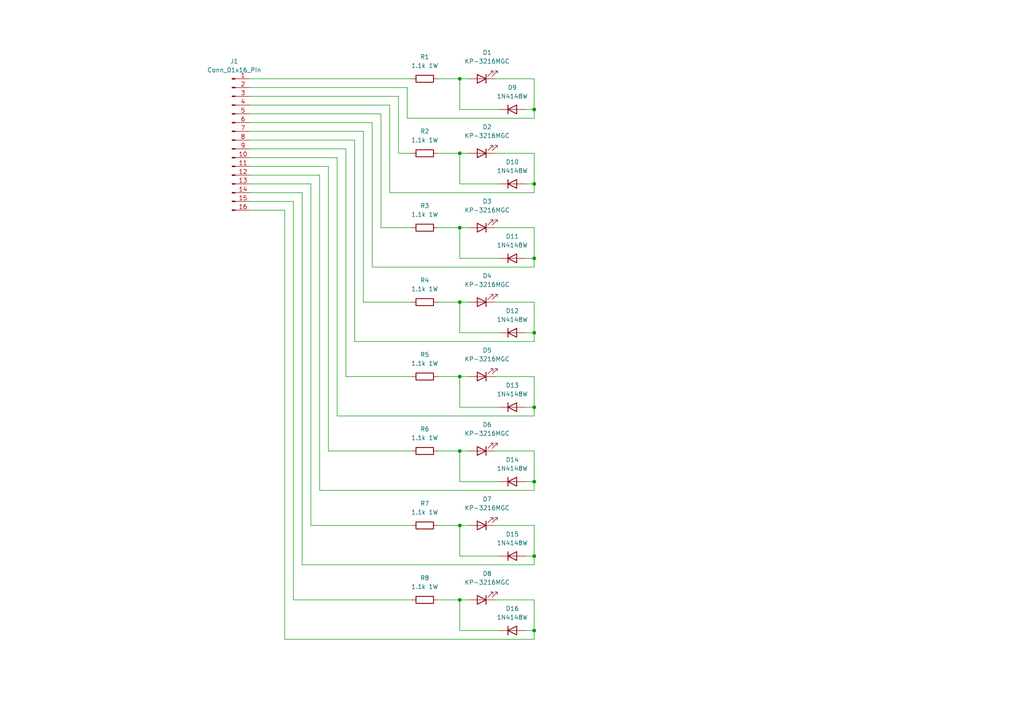
<source format=kicad_sch>
(kicad_sch (version 20231120) (generator "eeschema") (generator_version "8.0")
  (paper "A4")
  (lib_symbols
    (symbol "Connector:Conn_01x16_Pin" (pin_names (offset 1.016) hide)
      (property "Reference" "J" (at 0 20.32 0))
      (property "Value" "Conn_01x16_Pin" (at 0 -22.86 0))
      (symbol "Conn_01x16_Pin_1_1"
        (polyline (pts (xy 1.27 -20.32) (xy 0.8636 -20.32)) (stroke (width 0.1524)))
        (polyline (pts (xy 1.27 -17.78) (xy 0.8636 -17.78)) (stroke (width 0.1524)))
        (polyline (pts (xy 1.27 -15.24) (xy 0.8636 -15.24)) (stroke (width 0.1524)))
        (polyline (pts (xy 1.27 -12.7) (xy 0.8636 -12.7)) (stroke (width 0.1524)))
        (polyline (pts (xy 1.27 -10.16) (xy 0.8636 -10.16)) (stroke (width 0.1524)))
        (polyline (pts (xy 1.27 -7.62) (xy 0.8636 -7.62)) (stroke (width 0.1524)))
        (polyline (pts (xy 1.27 -5.08) (xy 0.8636 -5.08)) (stroke (width 0.1524)))
        (polyline (pts (xy 1.27 -2.54) (xy 0.8636 -2.54)) (stroke (width 0.1524)))
        (polyline (pts (xy 1.27 0) (xy 0.8636 0)) (stroke (width 0.1524)))
        (polyline (pts (xy 1.27 2.54) (xy 0.8636 2.54)) (stroke (width 0.1524)))
        (polyline (pts (xy 1.27 5.08) (xy 0.8636 5.08)) (stroke (width 0.1524)))
        (polyline (pts (xy 1.27 7.62) (xy 0.8636 7.62)) (stroke (width 0.1524)))
        (polyline (pts (xy 1.27 10.16) (xy 0.8636 10.16)) (stroke (width 0.1524)))
        (polyline (pts (xy 1.27 12.7) (xy 0.8636 12.7)) (stroke (width 0.1524)))
        (polyline (pts (xy 1.27 15.24) (xy 0.8636 15.24)) (stroke (width 0.1524)))
        (polyline (pts (xy 1.27 17.78) (xy 0.8636 17.78)) (stroke (width 0.1524)))
        (rectangle (start 0.8636 -20.193) (end 0 -20.447) (stroke (width 0.1524)) (fill (type outline)))
        (rectangle (start 0.8636 -17.653) (end 0 -17.907) (stroke (width 0.1524)) (fill (type outline)))
        (rectangle (start 0.8636 -15.113) (end 0 -15.367) (stroke (width 0.1524)) (fill (type outline)))
        (rectangle (start 0.8636 -12.573) (end 0 -12.827) (stroke (width 0.1524)) (fill (type outline)))
        (rectangle (start 0.8636 -10.033) (end 0 -10.287) (stroke (width 0.1524)) (fill (type outline)))
        (rectangle (start 0.8636 -7.493) (end 0 -7.747) (stroke (width 0.1524)) (fill (type outline)))
        (rectangle (start 0.8636 -4.953) (end 0 -5.207) (stroke (width 0.1524)) (fill (type outline)))
        (rectangle (start 0.8636 -2.413) (end 0 -2.667) (stroke (width 0.1524)) (fill (type outline)))
        (rectangle (start 0.8636 0.127) (end 0 -0.127) (stroke (width 0.1524)) (fill (type outline)))
        (rectangle (start 0.8636 2.667) (end 0 2.413) (stroke (width 0.1524)) (fill (type outline)))
        (rectangle (start 0.8636 5.207) (end 0 4.953) (stroke (width 0.1524)) (fill (type outline)))
        (rectangle (start 0.8636 7.747) (end 0 7.493) (stroke (width 0.1524)) (fill (type outline)))
        (rectangle (start 0.8636 10.287) (end 0 10.033) (stroke (width 0.1524)) (fill (type outline)))
        (rectangle (start 0.8636 12.827) (end 0 12.573) (stroke (width 0.1524)) (fill (type outline)))
        (rectangle (start 0.8636 15.367) (end 0 15.113) (stroke (width 0.1524)) (fill (type outline)))
        (rectangle (start 0.8636 17.907) (end 0 17.653) (stroke (width 0.1524)) (fill (type outline)))
        (pin passive line (at 5.08 17.78 180) (length 3.81) (name "Pin_1") (number "1"))
        (pin passive line (at 5.08 -5.08 180) (length 3.81) (name "Pin_10") (number "10"))
        (pin passive line (at 5.08 -7.62 180) (length 3.81) (name "Pin_11") (number "11"))
        (pin passive line (at 5.08 -10.16 180) (length 3.81) (name "Pin_12") (number "12"))
        (pin passive line (at 5.08 -12.7 180) (length 3.81) (name "Pin_13") (number "13"))
        (pin passive line (at 5.08 -15.24 180) (length 3.81) (name "Pin_14") (number "14"))
        (pin passive line (at 5.08 -17.78 180) (length 3.81) (name "Pin_15") (number "15"))
        (pin passive line (at 5.08 -20.32 180) (length 3.81) (name "Pin_16") (number "16"))
        (pin passive line (at 5.08 15.24 180) (length 3.81) (name "Pin_2") (number "2"))
        (pin passive line (at 5.08 12.7 180) (length 3.81) (name "Pin_3") (number "3"))
        (pin passive line (at 5.08 10.16 180) (length 3.81) (name "Pin_4") (number "4"))
        (pin passive line (at 5.08 7.62 180) (length 3.81) (name "Pin_5") (number "5"))
        (pin passive line (at 5.08 5.08 180) (length 3.81) (name "Pin_6") (number "6"))
        (pin passive line (at 5.08 2.54 180) (length 3.81) (name "Pin_7") (number "7"))
        (pin passive line (at 5.08 0 180) (length 3.81) (name "Pin_8") (number "8"))
        (pin passive line (at 5.08 -2.54 180) (length 3.81) (name "Pin_9") (number "9"))
      )
    )
    (symbol "NextPCB:D_1N4148W" (pin_numbers hide) (pin_names (offset 1.016) hide)
      (property "Reference" "D" (at 0 2.54 0))
      (property "Value" "1N4148W" (at 0 -2.54 0))
      (symbol "D_1N4148W_0_1"
        (polyline (pts (xy -1.27 1.27) (xy -1.27 -1.27)) (stroke (width 0.254)))
        (polyline (pts (xy 1.27 0) (xy -1.27 0)))
        (polyline (pts (xy 1.27 1.27) (xy 1.27 -1.27) (xy -1.27 0) (xy 1.27 1.27)) (stroke (width 0.254)))
      )
      (symbol "D_1N4148W_1_1"
        (pin passive line (at -3.81 0 0) (length 2.54) (name "K") (number "1"))
        (pin passive line (at 3.81 0 180) (length 2.54) (name "A") (number "2"))
      )
    )
    (symbol "NextPCB:LED_KP-3216MGC" (pin_numbers hide) (pin_names (offset 1.016) hide)
      (property "Reference" "D" (at 0 2.54 0))
      (property "Value" "KP-3216MGC" (at 0 -2.54 0))
      (symbol "LED_KP-3216MGC_0_1"
        (polyline (pts (xy -1.27 -1.27) (xy -1.27 1.27)) (stroke (width 0.254)))
        (polyline (pts (xy -1.27 0) (xy 1.27 0)))
        (polyline (pts (xy 1.27 -1.27) (xy 1.27 1.27) (xy -1.27 0) (xy 1.27 -1.27)) (stroke (width 0.254)))
        (polyline (pts (xy -3.048 -0.762) (xy -4.572 -2.286) (xy -3.81 -2.286) (xy -4.572 -2.286) (xy -4.572 -1.524)))
        (polyline (pts (xy -1.778 -0.762) (xy -3.302 -2.286) (xy -2.54 -2.286) (xy -3.302 -2.286) (xy -3.302 -1.524)))
      )
      (symbol "LED_KP-3216MGC_1_1"
        (pin passive line (at -3.81 0 0) (length 2.54) (name "K") (number "1"))
        (pin passive line (at 3.81 0 180) (length 2.54) (name "A") (number "2"))
      )
    )
    (symbol "NextPCB:R_1.1k_1W" (pin_numbers hide) (pin_names (offset 0))
      (property "Reference" "R" (at 2.032 0 90))
      (property "Value" "1.1k 1W" (at 0 0 90))
      (symbol "R_1.1k_1W_0_1"
        (rectangle (start -1.016 -2.54) (end 1.016 2.54) (stroke (width 0.254)))
      )
      (symbol "R_1.1k_1W_1_1"
        (pin passive line (at 0 3.81 270) (length 1.27) (name "~") (number "1"))
        (pin passive line (at 0 -3.81 90) (length 1.27) (name "~") (number "2"))
      )
    )
  )
  (junction (at 154.94 139.7))
  (junction (at 154.94 182.88))
  (junction (at 154.94 74.93))
  (junction (at 154.94 96.52))
  (junction (at 133.35 173.99))
  (junction (at 133.35 44.45))
  (junction (at 133.35 22.86))
  (junction (at 154.94 161.29))
  (junction (at 133.35 87.63))
  (junction (at 133.35 66.04))
  (junction (at 154.94 31.75))
  (junction (at 133.35 152.4))
  (junction (at 154.94 118.11))
  (junction (at 133.35 130.81))
  (junction (at 154.94 53.34))
  (junction (at 133.35 109.22))
  (wire (pts (xy 72.39 27.94) (xy 115.57 27.94)))
  (wire (pts (xy 144.78 74.93) (xy 133.35 74.93)))
  (wire (pts (xy 144.78 96.52) (xy 133.35 96.52)))
  (wire (pts (xy 144.78 139.7) (xy 133.35 139.7)))
  (wire (pts (xy 152.4 118.11) (xy 154.94 118.11)))
  (wire (pts (xy 154.94 142.24) (xy 154.94 139.7)))
  (wire (pts (xy 110.49 66.04) (xy 110.49 33.02)))
  (wire (pts (xy 72.39 22.86) (xy 119.38 22.86)))
  (wire (pts (xy 154.94 74.93) (xy 154.94 66.04)))
  (wire (pts (xy 72.39 50.8) (xy 92.71 50.8)))
  (wire (pts (xy 97.79 120.65) (xy 97.79 45.72)))
  (wire (pts (xy 100.33 43.18) (xy 72.39 43.18)))
  (wire (pts (xy 105.41 38.1) (xy 72.39 38.1)))
  (wire (pts (xy 143.51 66.04) (xy 154.94 66.04)))
  (wire (pts (xy 133.35 87.63) (xy 135.89 87.63)))
  (wire (pts (xy 119.38 87.63) (xy 105.41 87.63)))
  (wire (pts (xy 144.78 161.29) (xy 133.35 161.29)))
  (wire (pts (xy 85.09 58.42) (xy 72.39 58.42)))
  (wire (pts (xy 102.87 40.64) (xy 72.39 40.64)))
  (wire (pts (xy 154.94 185.42) (xy 154.94 182.88)))
  (wire (pts (xy 95.25 130.81) (xy 95.25 48.26)))
  (wire (pts (xy 152.4 53.34) (xy 154.94 53.34)))
  (wire (pts (xy 133.35 96.52) (xy 133.35 87.63)))
  (wire (pts (xy 152.4 31.75) (xy 154.94 31.75)))
  (wire (pts (xy 143.51 109.22) (xy 154.94 109.22)))
  (wire (pts (xy 154.94 31.75) (xy 154.94 22.86)))
  (wire (pts (xy 144.78 182.88) (xy 133.35 182.88)))
  (wire (pts (xy 113.03 55.88) (xy 154.94 55.88)))
  (wire (pts (xy 100.33 109.22) (xy 100.33 43.18)))
  (wire (pts (xy 133.35 109.22) (xy 135.89 109.22)))
  (wire (pts (xy 119.38 109.22) (xy 100.33 109.22)))
  (wire (pts (xy 143.51 130.81) (xy 154.94 130.81)))
  (wire (pts (xy 127 22.86) (xy 133.35 22.86)))
  (wire (pts (xy 87.63 163.83) (xy 154.94 163.83)))
  (wire (pts (xy 143.51 22.86) (xy 154.94 22.86)))
  (wire (pts (xy 154.94 182.88) (xy 154.94 173.99)))
  (wire (pts (xy 152.4 161.29) (xy 154.94 161.29)))
  (wire (pts (xy 82.55 185.42) (xy 154.94 185.42)))
  (wire (pts (xy 144.78 31.75) (xy 133.35 31.75)))
  (wire (pts (xy 110.49 66.04) (xy 119.38 66.04)))
  (wire (pts (xy 90.17 53.34) (xy 72.39 53.34)))
  (wire (pts (xy 143.51 87.63) (xy 154.94 87.63)))
  (wire (pts (xy 143.51 44.45) (xy 154.94 44.45)))
  (wire (pts (xy 105.41 87.63) (xy 105.41 38.1)))
  (wire (pts (xy 143.51 152.4) (xy 154.94 152.4)))
  (wire (pts (xy 154.94 96.52) (xy 154.94 87.63)))
  (wire (pts (xy 133.35 53.34) (xy 133.35 44.45)))
  (wire (pts (xy 119.38 130.81) (xy 95.25 130.81)))
  (wire (pts (xy 133.35 66.04) (xy 135.89 66.04)))
  (wire (pts (xy 154.94 118.11) (xy 154.94 109.22)))
  (wire (pts (xy 119.38 152.4) (xy 90.17 152.4)))
  (wire (pts (xy 143.51 173.99) (xy 154.94 173.99)))
  (wire (pts (xy 90.17 152.4) (xy 90.17 53.34)))
  (wire (pts (xy 95.25 48.26) (xy 72.39 48.26)))
  (wire (pts (xy 118.11 34.29) (xy 154.94 34.29)))
  (wire (pts (xy 152.4 139.7) (xy 154.94 139.7)))
  (wire (pts (xy 118.11 25.4) (xy 72.39 25.4)))
  (wire (pts (xy 127 152.4) (xy 133.35 152.4)))
  (wire (pts (xy 127 109.22) (xy 133.35 109.22)))
  (wire (pts (xy 97.79 45.72) (xy 72.39 45.72)))
  (wire (pts (xy 154.94 77.47) (xy 154.94 74.93)))
  (wire (pts (xy 72.39 55.88) (xy 87.63 55.88)))
  (wire (pts (xy 133.35 22.86) (xy 135.89 22.86)))
  (wire (pts (xy 154.94 161.29) (xy 154.94 152.4)))
  (wire (pts (xy 115.57 44.45) (xy 115.57 27.94)))
  (wire (pts (xy 133.35 161.29) (xy 133.35 152.4)))
  (wire (pts (xy 118.11 25.4) (xy 118.11 34.29)))
  (wire (pts (xy 133.35 139.7) (xy 133.35 130.81)))
  (wire (pts (xy 127 87.63) (xy 133.35 87.63)))
  (wire (pts (xy 92.71 50.8) (xy 92.71 142.24)))
  (wire (pts (xy 133.35 182.88) (xy 133.35 173.99)))
  (wire (pts (xy 133.35 118.11) (xy 133.35 109.22)))
  (wire (pts (xy 110.49 33.02) (xy 72.39 33.02)))
  (wire (pts (xy 154.94 139.7) (xy 154.94 130.81)))
  (wire (pts (xy 119.38 173.99) (xy 85.09 173.99)))
  (wire (pts (xy 113.03 30.48) (xy 113.03 55.88)))
  (wire (pts (xy 107.95 35.56) (xy 107.95 77.47)))
  (wire (pts (xy 127 44.45) (xy 133.35 44.45)))
  (wire (pts (xy 127 66.04) (xy 133.35 66.04)))
  (wire (pts (xy 154.94 120.65) (xy 154.94 118.11)))
  (wire (pts (xy 133.35 173.99) (xy 135.89 173.99)))
  (wire (pts (xy 133.35 31.75) (xy 133.35 22.86)))
  (wire (pts (xy 82.55 60.96) (xy 82.55 185.42)))
  (wire (pts (xy 133.35 44.45) (xy 135.89 44.45)))
  (wire (pts (xy 133.35 130.81) (xy 135.89 130.81)))
  (wire (pts (xy 72.39 60.96) (xy 82.55 60.96)))
  (wire (pts (xy 154.94 163.83) (xy 154.94 161.29)))
  (wire (pts (xy 154.94 53.34) (xy 154.94 44.45)))
  (wire (pts (xy 127 130.81) (xy 133.35 130.81)))
  (wire (pts (xy 152.4 182.88) (xy 154.94 182.88)))
  (wire (pts (xy 154.94 120.65) (xy 97.79 120.65)))
  (wire (pts (xy 133.35 152.4) (xy 135.89 152.4)))
  (wire (pts (xy 72.39 35.56) (xy 107.95 35.56)))
  (wire (pts (xy 92.71 142.24) (xy 154.94 142.24)))
  (wire (pts (xy 102.87 99.06) (xy 102.87 40.64)))
  (wire (pts (xy 154.94 99.06) (xy 154.94 96.52)))
  (wire (pts (xy 154.94 99.06) (xy 102.87 99.06)))
  (wire (pts (xy 87.63 55.88) (xy 87.63 163.83)))
  (wire (pts (xy 107.95 77.47) (xy 154.94 77.47)))
  (wire (pts (xy 144.78 118.11) (xy 133.35 118.11)))
  (wire (pts (xy 85.09 173.99) (xy 85.09 58.42)))
  (wire (pts (xy 154.94 34.29) (xy 154.94 31.75)))
  (wire (pts (xy 154.94 55.88) (xy 154.94 53.34)))
  (wire (pts (xy 152.4 74.93) (xy 154.94 74.93)))
  (wire (pts (xy 72.39 30.48) (xy 113.03 30.48)))
  (wire (pts (xy 144.78 53.34) (xy 133.35 53.34)))
  (wire (pts (xy 152.4 96.52) (xy 154.94 96.52)))
  (wire (pts (xy 127 173.99) (xy 133.35 173.99)))
  (wire (pts (xy 133.35 74.93) (xy 133.35 66.04)))
  (wire (pts (xy 119.38 44.45) (xy 115.57 44.45)))
  (symbol (lib_id "NextPCB:D_1N4148W") (at 148.59 139.7 0) (unit 1)
    (property "Reference" "D14" (at 148.59 133.35 0))
    (property "Value" "1N4148W" (at 148.59 135.89 0))
    (property "Footprint" "Diode_SMD:D_SOD-123" (effects (hide yes)))
    (property "Description" "Diode" (effects (hide yes)))
    (property "Sim.Device" "D" (effects (hide yes)))
    (property "Sim.Pins" "1=K 2=A" (effects (hide yes)))
    (property "MfrPart" "1N4148W" (effects (hide yes)))
    (property "Manufacturer" "Jingdao" (effects (hide yes)))
    (property "HQPart" "DS0143597" (effects (hide yes)))
  )
  (symbol (lib_id "NextPCB:D_1N4148W") (at 148.59 182.88 0) (unit 1)
    (property "Reference" "D16" (at 148.59 176.53 0))
    (property "Value" "1N4148W" (at 148.59 179.07 0))
    (property "Footprint" "Diode_SMD:D_SOD-123" (effects (hide yes)))
    (property "Description" "Diode" (effects (hide yes)))
    (property "Sim.Device" "D" (effects (hide yes)))
    (property "Sim.Pins" "1=K 2=A" (effects (hide yes)))
    (property "MfrPart" "1N4148W" (effects (hide yes)))
    (property "Manufacturer" "Jingdao" (effects (hide yes)))
    (property "HQPart" "DS0143597" (effects (hide yes)))
  )
  (symbol (lib_id "NextPCB:LED_KP-3216MGC") (at 139.7 22.86 180) (unit 1)
    (property "Reference" "D1" (at 141.2875 15.24 0))
    (property "Value" "KP-3216MGC" (at 141.2875 17.78 0))
    (property "Footprint" "LED_SMD:LED_1206_3216Metric" (effects (hide yes)))
    (property "Description" "Light emitting diode" (effects (hide yes)))
    (property "MfrPart" "KP-3216MGC" (effects (hide yes)))
    (property "HQPart" "DS0189013" (effects (hide yes)))
    (property "Manufacturer" "Kingbright" (effects (hide yes)))
  )
  (symbol (lib_id "NextPCB:R_1.1k_1W") (at 123.19 109.22 90) (unit 1)
    (property "Reference" "R5" (at 123.19 102.87 90))
    (property "Value" "1.1k 1W" (at 123.19 105.41 90))
    (property "Footprint" "Resistor_SMD:R_2512_6332Metric_Pad1.40x3.35mm_HandSolder" (effects (hide yes)))
    (property "Description" "Resistor" (effects (hide yes)))
    (property "MfgPart" "FRC2512F1101TS" (effects (hide yes)))
    (property "HQPart" "RE0461845" (effects (hide yes)))
  )
  (symbol (lib_id "NextPCB:R_1.1k_1W") (at 123.19 152.4 90) (unit 1)
    (property "Reference" "R7" (at 123.19 146.05 90))
    (property "Value" "1.1k 1W" (at 123.19 148.59 90))
    (property "Footprint" "Resistor_SMD:R_2512_6332Metric_Pad1.40x3.35mm_HandSolder" (effects (hide yes)))
    (property "Description" "Resistor" (effects (hide yes)))
    (property "MfgPart" "FRC2512F1101TS" (effects (hide yes)))
    (property "HQPart" "RE0461845" (effects (hide yes)))
  )
  (symbol (lib_id "NextPCB:R_1.1k_1W") (at 123.19 66.04 90) (unit 1)
    (property "Reference" "R3" (at 123.19 59.69 90))
    (property "Value" "1.1k 1W" (at 123.19 62.23 90))
    (property "Footprint" "Resistor_SMD:R_2512_6332Metric_Pad1.40x3.35mm_HandSolder" (effects (hide yes)))
    (property "Description" "Resistor" (effects (hide yes)))
    (property "MfgPart" "FRC2512F1101TS" (effects (hide yes)))
    (property "HQPart" "RE0461845" (effects (hide yes)))
  )
  (symbol (lib_id "NextPCB:LED_KP-3216MGC") (at 139.7 66.04 180) (unit 1)
    (property "Reference" "D3" (at 141.2875 58.42 0))
    (property "Value" "KP-3216MGC" (at 141.2875 60.96 0))
    (property "Footprint" "LED_SMD:LED_1206_3216Metric" (effects (hide yes)))
    (property "Description" "Light emitting diode" (effects (hide yes)))
    (property "MfrPart" "KP-3216MGC" (effects (hide yes)))
    (property "HQPart" "DS0189013" (effects (hide yes)))
    (property "Manufacturer" "Kingbright" (effects (hide yes)))
  )
  (symbol (lib_id "NextPCB:R_1.1k_1W") (at 123.19 130.81 90) (unit 1)
    (property "Reference" "R6" (at 123.19 124.46 90))
    (property "Value" "1.1k 1W" (at 123.19 127 90))
    (property "Footprint" "Resistor_SMD:R_2512_6332Metric_Pad1.40x3.35mm_HandSolder" (effects (hide yes)))
    (property "Description" "Resistor" (effects (hide yes)))
    (property "MfgPart" "FRC2512F1101TS" (effects (hide yes)))
    (property "HQPart" "RE0461845" (effects (hide yes)))
  )
  (symbol (lib_id "NextPCB:LED_KP-3216MGC") (at 139.7 173.99 180) (unit 1)
    (property "Reference" "D8" (at 141.2875 166.37 0))
    (property "Value" "KP-3216MGC" (at 141.2875 168.91 0))
    (property "Footprint" "LED_SMD:LED_1206_3216Metric" (effects (hide yes)))
    (property "Description" "Light emitting diode" (effects (hide yes)))
    (property "MfrPart" "KP-3216MGC" (effects (hide yes)))
    (property "HQPart" "DS0189013" (effects (hide yes)))
    (property "Manufacturer" "Kingbright" (effects (hide yes)))
  )
  (symbol (lib_id "NextPCB:R_1.1k_1W") (at 123.19 22.86 90) (unit 1)
    (property "Reference" "R1" (at 123.19 16.51 90))
    (property "Value" "1.1k 1W" (at 123.19 19.05 90))
    (property "Footprint" "Resistor_SMD:R_2512_6332Metric_Pad1.40x3.35mm_HandSolder" (effects (hide yes)))
    (property "Description" "Resistor" (effects (hide yes)))
    (property "MfgPart" "FRC2512F1101TS" (effects (hide yes)))
    (property "HQPart" "RE0461845" (effects (hide yes)))
  )
  (symbol (lib_id "NextPCB:D_1N4148W") (at 148.59 31.75 0) (unit 1)
    (property "Reference" "D9" (at 148.59 25.4 0))
    (property "Value" "1N4148W" (at 148.59 27.94 0))
    (property "Footprint" "Diode_SMD:D_SOD-123" (effects (hide yes)))
    (property "Description" "Diode" (effects (hide yes)))
    (property "Sim.Device" "D" (effects (hide yes)))
    (property "Sim.Pins" "1=K 2=A" (effects (hide yes)))
    (property "MfrPart" "1N4148W" (effects (hide yes)))
    (property "Manufacturer" "Jingdao" (effects (hide yes)))
    (property "HQPart" "DS0143597" (effects (hide yes)))
  )
  (symbol (lib_id "NextPCB:LED_KP-3216MGC") (at 139.7 152.4 180) (unit 1)
    (property "Reference" "D7" (at 141.2875 144.78 0))
    (property "Value" "KP-3216MGC" (at 141.2875 147.32 0))
    (property "Footprint" "LED_SMD:LED_1206_3216Metric" (effects (hide yes)))
    (property "Description" "Light emitting diode" (effects (hide yes)))
    (property "MfrPart" "KP-3216MGC" (effects (hide yes)))
    (property "HQPart" "DS0189013" (effects (hide yes)))
    (property "Manufacturer" "Kingbright" (effects (hide yes)))
  )
  (symbol (lib_id "NextPCB:R_1.1k_1W") (at 123.19 87.63 90) (unit 1)
    (property "Reference" "R4" (at 123.19 81.28 90))
    (property "Value" "1.1k 1W" (at 123.19 83.82 90))
    (property "Footprint" "Resistor_SMD:R_2512_6332Metric_Pad1.40x3.35mm_HandSolder" (effects (hide yes)))
    (property "Description" "Resistor" (effects (hide yes)))
    (property "MfgPart" "FRC2512F1101TS" (effects (hide yes)))
    (property "HQPart" "RE0461845" (effects (hide yes)))
  )
  (symbol (lib_id "NextPCB:D_1N4148W") (at 148.59 53.34 0) (unit 1)
    (property "Reference" "D10" (at 148.59 46.99 0))
    (property "Value" "1N4148W" (at 148.59 49.53 0))
    (property "Footprint" "Diode_SMD:D_SOD-123" (effects (hide yes)))
    (property "Description" "Diode" (effects (hide yes)))
    (property "Sim.Device" "D" (effects (hide yes)))
    (property "Sim.Pins" "1=K 2=A" (effects (hide yes)))
    (property "MfrPart" "1N4148W" (effects (hide yes)))
    (property "Manufacturer" "Jingdao" (effects (hide yes)))
    (property "HQPart" "DS0143597" (effects (hide yes)))
  )
  (symbol (lib_id "NextPCB:D_1N4148W") (at 148.59 161.29 0) (unit 1)
    (property "Reference" "D15" (at 148.59 154.94 0))
    (property "Value" "1N4148W" (at 148.59 157.48 0))
    (property "Footprint" "Diode_SMD:D_SOD-123" (effects (hide yes)))
    (property "Description" "Diode" (effects (hide yes)))
    (property "Sim.Device" "D" (effects (hide yes)))
    (property "Sim.Pins" "1=K 2=A" (effects (hide yes)))
    (property "MfrPart" "1N4148W" (effects (hide yes)))
    (property "Manufacturer" "Jingdao" (effects (hide yes)))
    (property "HQPart" "DS0143597" (effects (hide yes)))
  )
  (symbol (lib_id "NextPCB:D_1N4148W") (at 148.59 96.52 0) (unit 1)
    (property "Reference" "D12" (at 148.59 90.17 0))
    (property "Value" "1N4148W" (at 148.59 92.71 0))
    (property "Footprint" "Diode_SMD:D_SOD-123" (effects (hide yes)))
    (property "Description" "Diode" (effects (hide yes)))
    (property "Sim.Device" "D" (effects (hide yes)))
    (property "Sim.Pins" "1=K 2=A" (effects (hide yes)))
    (property "MfrPart" "1N4148W" (effects (hide yes)))
    (property "Manufacturer" "Jingdao" (effects (hide yes)))
    (property "HQPart" "DS0143597" (effects (hide yes)))
  )
  (symbol (lib_id "NextPCB:D_1N4148W") (at 148.59 74.93 0) (unit 1)
    (property "Reference" "D11" (at 148.59 68.58 0))
    (property "Value" "1N4148W" (at 148.59 71.12 0))
    (property "Footprint" "Diode_SMD:D_SOD-123" (effects (hide yes)))
    (property "Description" "Diode" (effects (hide yes)))
    (property "Sim.Device" "D" (effects (hide yes)))
    (property "Sim.Pins" "1=K 2=A" (effects (hide yes)))
    (property "MfrPart" "1N4148W" (effects (hide yes)))
    (property "Manufacturer" "Jingdao" (effects (hide yes)))
    (property "HQPart" "DS0143597" (effects (hide yes)))
  )
  (symbol (lib_id "NextPCB:LED_KP-3216MGC") (at 139.7 87.63 180) (unit 1)
    (property "Reference" "D4" (at 141.2875 80.01 0))
    (property "Value" "KP-3216MGC" (at 141.2875 82.55 0))
    (property "Footprint" "LED_SMD:LED_1206_3216Metric" (effects (hide yes)))
    (property "Description" "Light emitting diode" (effects (hide yes)))
    (property "MfrPart" "KP-3216MGC" (effects (hide yes)))
    (property "HQPart" "DS0189013" (effects (hide yes)))
    (property "Manufacturer" "Kingbright" (effects (hide yes)))
  )
  (symbol (lib_id "NextPCB:LED_KP-3216MGC") (at 139.7 44.45 180) (unit 1)
    (property "Reference" "D2" (at 141.2875 36.83 0))
    (property "Value" "KP-3216MGC" (at 141.2875 39.37 0))
    (property "Footprint" "LED_SMD:LED_1206_3216Metric" (effects (hide yes)))
    (property "Description" "Light emitting diode" (effects (hide yes)))
    (property "MfrPart" "KP-3216MGC" (effects (hide yes)))
    (property "HQPart" "DS0189013" (effects (hide yes)))
    (property "Manufacturer" "Kingbright" (effects (hide yes)))
  )
  (symbol (lib_id "Connector:Conn_01x16_Pin") (at 67.31 40.64 0) (unit 1)
    (property "Reference" "J1" (at 67.945 17.78 0))
    (property "Value" "Conn_01x16_Pin" (at 67.945 20.32 0))
    (property "Footprint" "Connector_PinHeader_2.54mm:PinHeader_1x16_P2.54mm_Horizontal" (effects (hide yes)))
    (property "Description" "Generic connector, single row, 01x16, script generated" (effects (hide yes)))
  )
  (symbol (lib_id "NextPCB:R_1.1k_1W") (at 123.19 173.99 90) (unit 1)
    (property "Reference" "R8" (at 123.19 167.64 90))
    (property "Value" "1.1k 1W" (at 123.19 170.18 90))
    (property "Footprint" "Resistor_SMD:R_2512_6332Metric_Pad1.40x3.35mm_HandSolder" (effects (hide yes)))
    (property "Description" "Resistor" (effects (hide yes)))
    (property "MfgPart" "FRC2512F1101TS" (effects (hide yes)))
    (property "HQPart" "RE0461845" (effects (hide yes)))
  )
  (symbol (lib_id "NextPCB:R_1.1k_1W") (at 123.19 44.45 90) (unit 1)
    (property "Reference" "R2" (at 123.19 38.1 90))
    (property "Value" "1.1k 1W" (at 123.19 40.64 90))
    (property "Footprint" "Resistor_SMD:R_2512_6332Metric_Pad1.40x3.35mm_HandSolder" (effects (hide yes)))
    (property "Description" "Resistor" (effects (hide yes)))
    (property "MfgPart" "FRC2512F1101TS" (effects (hide yes)))
    (property "HQPart" "RE0461845" (effects (hide yes)))
  )
  (symbol (lib_id "NextPCB:LED_KP-3216MGC") (at 139.7 109.22 180) (unit 1)
    (property "Reference" "D5" (at 141.2875 101.6 0))
    (property "Value" "KP-3216MGC" (at 141.2875 104.14 0))
    (property "Footprint" "LED_SMD:LED_1206_3216Metric" (effects (hide yes)))
    (property "Description" "Light emitting diode" (effects (hide yes)))
    (property "MfrPart" "KP-3216MGC" (effects (hide yes)))
    (property "HQPart" "DS0189013" (effects (hide yes)))
    (property "Manufacturer" "Kingbright" (effects (hide yes)))
  )
  (symbol (lib_id "NextPCB:LED_KP-3216MGC") (at 139.7 130.81 180) (unit 1)
    (property "Reference" "D6" (at 141.2875 123.19 0))
    (property "Value" "KP-3216MGC" (at 141.2875 125.73 0))
    (property "Footprint" "LED_SMD:LED_1206_3216Metric" (effects (hide yes)))
    (property "Description" "Light emitting diode" (effects (hide yes)))
    (property "MfrPart" "KP-3216MGC" (effects (hide yes)))
    (property "HQPart" "DS0189013" (effects (hide yes)))
    (property "Manufacturer" "Kingbright" (effects (hide yes)))
  )
  (symbol (lib_id "NextPCB:D_1N4148W") (at 148.59 118.11 0) (unit 1)
    (property "Reference" "D13" (at 148.59 111.76 0))
    (property "Value" "1N4148W" (at 148.59 114.3 0))
    (property "Footprint" "Diode_SMD:D_SOD-123" (effects (hide yes)))
    (property "Description" "Diode" (effects (hide yes)))
    (property "Sim.Device" "D" (effects (hide yes)))
    (property "Sim.Pins" "1=K 2=A" (effects (hide yes)))
    (property "MfrPart" "1N4148W" (effects (hide yes)))
    (property "Manufacturer" "Jingdao" (effects (hide yes)))
    (property "HQPart" "DS0143597" (effects (hide yes)))
  )
)
</source>
